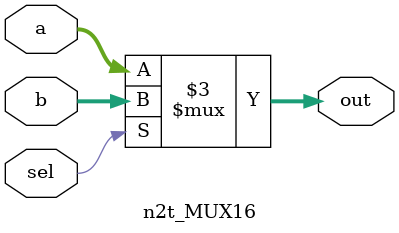
<source format=v>
module n2t_MUX16(
    input [15:0] a, 
    input [15:0] b, 
    input sel, 
    output reg [15:0] out
    );
    always @ (*)
    begin
        if (sel)
            out = b;
        else
            out = a;
    end
endmodule
</source>
